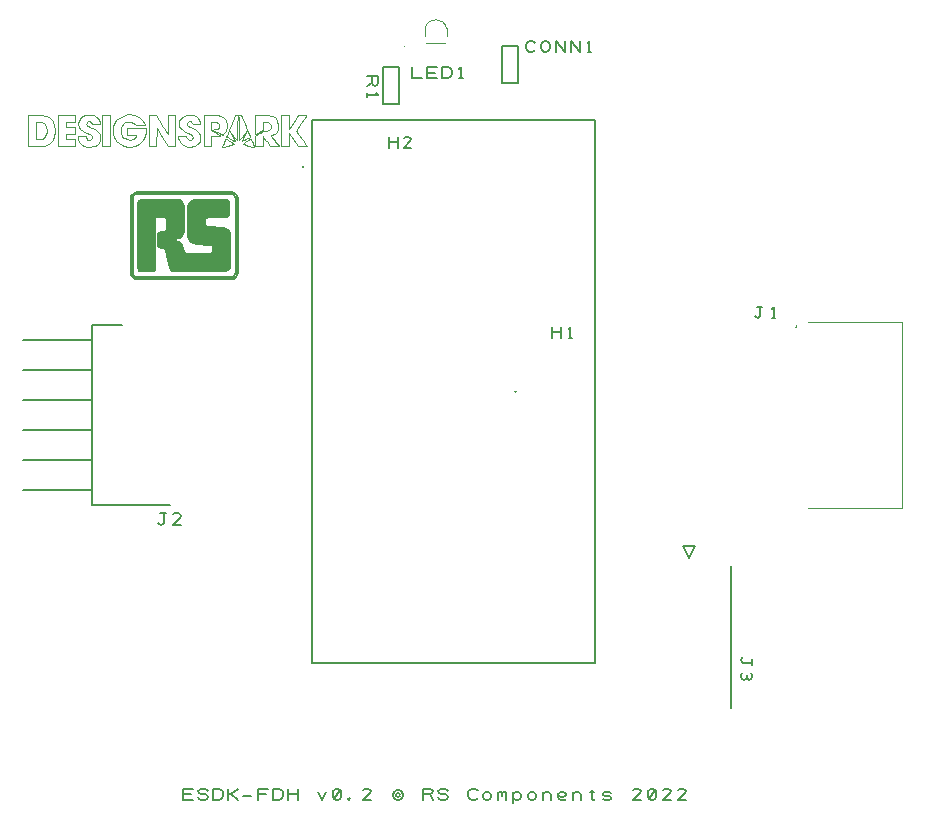
<source format=gbr>
G04 DesignSpark PCB PRO Gerber Version 10.0 Build 5299*
G04 #@! TF.Part,Single*
G04 #@! TF.FileFunction,Legend,Top*
G04 #@! TF.FilePolarity,Positive*
%FSLAX35Y35*%
%MOIN*%
%ADD71C,0.00300*%
%ADD18C,0.00394*%
%ADD17C,0.00500*%
%ADD19C,0.00787*%
%ADD70C,0.00800*%
G04 #@! TD.AperFunction*
X0Y0D02*
D02*
D17*
X42933Y187128D02*
Y208817D01*
X43007Y209361D01*
X43237Y209754D01*
X43628Y209992D01*
X44188Y210072D01*
X55876D01*
X56820Y209889D01*
X57523Y209400D01*
X57960Y208699D01*
X58111Y207876D01*
Y199287D01*
X57959Y198470D01*
X57543Y197811D01*
X56920Y197350D01*
X56150Y197129D01*
X55483Y196982D01*
X55334Y196820D01*
X55287Y196541D01*
X55330Y196323D01*
X55478Y196178D01*
X56228Y195992D01*
X56622Y195894D01*
X56964Y195683D01*
X57405Y195051D01*
X58268Y192737D01*
X58606Y192124D01*
X58969Y191915D01*
X59562Y191835D01*
X66622D01*
X67194Y191913D01*
X67612Y192139D01*
X67868Y192496D01*
X67956Y192972D01*
Y193835D01*
X67892Y194278D01*
X67681Y194644D01*
X67293Y194899D01*
X66700Y195011D01*
X62425Y195207D01*
X61322Y195493D01*
X60425Y196075D01*
X59822Y196901D01*
X59602Y197914D01*
Y207483D01*
X59764Y208536D01*
X60224Y209283D01*
X60942Y209728D01*
X61876Y209876D01*
X71917D01*
X72516Y209796D01*
X72917Y209562D01*
X73141Y209181D01*
X73211Y208660D01*
Y205444D01*
X73134Y204878D01*
X72892Y204473D01*
X72466Y204231D01*
X71838Y204150D01*
X66387D01*
X65855Y204061D01*
X65489Y203826D01*
X65278Y203488D01*
X65210Y203091D01*
Y201993D01*
X65304Y201591D01*
X65583Y201277D01*
X66037Y201066D01*
X66661Y200973D01*
X71171Y200698D01*
X72130Y200431D01*
X72902Y199821D01*
X73416Y198983D01*
X73603Y198031D01*
Y188187D01*
X73547Y187681D01*
X73391Y187250D01*
X72843Y186604D01*
X72097Y186229D01*
X71289Y186108D01*
X55130D01*
X54571Y186148D01*
X54125Y186304D01*
X53790Y186638D01*
X53561Y187207D01*
X52150Y192972D01*
X51993Y193441D01*
X51752Y193786D01*
X51328Y193998D01*
X50620Y194070D01*
X50132Y194137D01*
X49747Y194344D01*
X49495Y194699D01*
X49404Y195207D01*
Y198228D01*
X49480Y198736D01*
X49713Y199090D01*
X50116Y199298D01*
X50698Y199365D01*
X51483D01*
X51963Y199473D01*
X52292Y199762D01*
X52481Y200176D01*
X52542Y200659D01*
Y203130D01*
X52457Y203600D01*
X52213Y203944D01*
X51830Y204156D01*
X51326Y204228D01*
X48659D01*
Y187246D01*
X48540Y186704D01*
X48237Y186354D01*
X47831Y186165D01*
X47404Y186108D01*
X44148D01*
X43611Y186180D01*
X43232Y186383D01*
X43007Y186704D01*
X42933Y187128D01*
G36*
X42933Y187128D02*
Y208817D01*
X43007Y209361D01*
X43237Y209754D01*
X43628Y209992D01*
X44188Y210072D01*
X55876D01*
X56820Y209889D01*
X57523Y209400D01*
X57960Y208699D01*
X58111Y207876D01*
Y199287D01*
X57959Y198470D01*
X57543Y197811D01*
X56920Y197350D01*
X56150Y197129D01*
X55483Y196982D01*
X55334Y196820D01*
X55287Y196541D01*
X55330Y196323D01*
X55478Y196178D01*
X56228Y195992D01*
X56622Y195894D01*
X56964Y195683D01*
X57405Y195051D01*
X58268Y192737D01*
X58606Y192124D01*
X58969Y191915D01*
X59562Y191835D01*
X66622D01*
X67194Y191913D01*
X67612Y192139D01*
X67868Y192496D01*
X67956Y192972D01*
Y193835D01*
X67892Y194278D01*
X67681Y194644D01*
X67293Y194899D01*
X66700Y195011D01*
X62425Y195207D01*
X61322Y195493D01*
X60425Y196075D01*
X59822Y196901D01*
X59602Y197914D01*
Y207483D01*
X59764Y208536D01*
X60224Y209283D01*
X60942Y209728D01*
X61876Y209876D01*
X71917D01*
X72516Y209796D01*
X72917Y209562D01*
X73141Y209181D01*
X73211Y208660D01*
Y205444D01*
X73134Y204878D01*
X72892Y204473D01*
X72466Y204231D01*
X71838Y204150D01*
X66387D01*
X65855Y204061D01*
X65489Y203826D01*
X65278Y203488D01*
X65210Y203091D01*
Y201993D01*
X65304Y201591D01*
X65583Y201277D01*
X66037Y201066D01*
X66661Y200973D01*
X71171Y200698D01*
X72130Y200431D01*
X72902Y199821D01*
X73416Y198983D01*
X73603Y198031D01*
Y188187D01*
X73547Y187681D01*
X73391Y187250D01*
X72843Y186604D01*
X72097Y186229D01*
X71289Y186108D01*
X55130D01*
X54571Y186148D01*
X54125Y186304D01*
X53790Y186638D01*
X53561Y187207D01*
X52150Y192972D01*
X51993Y193441D01*
X51752Y193786D01*
X51328Y193998D01*
X50620Y194070D01*
X50132Y194137D01*
X49747Y194344D01*
X49495Y194699D01*
X49404Y195207D01*
Y198228D01*
X49480Y198736D01*
X49713Y199090D01*
X50116Y199298D01*
X50698Y199365D01*
X51483D01*
X51963Y199473D01*
X52292Y199762D01*
X52481Y200176D01*
X52542Y200659D01*
Y203130D01*
X52457Y203600D01*
X52213Y203944D01*
X51830Y204156D01*
X51326Y204228D01*
X48659D01*
Y187246D01*
X48540Y186704D01*
X48237Y186354D01*
X47831Y186165D01*
X47404Y186108D01*
X44148D01*
X43611Y186180D01*
X43232Y186383D01*
X43007Y186704D01*
X42933Y187128D01*
G37*
X49606Y102350D02*
X49919Y102037D01*
X50544Y101725D01*
X51169Y102037D01*
X51481Y102350D01*
Y105475D01*
X52106D01*
X51481D02*
X50231D01*
X57106Y101725D02*
X54606D01*
X56794Y103913D01*
X57106Y104537D01*
X56794Y105163D01*
X56169Y105475D01*
X55231D01*
X54606Y105163D01*
X119048Y251181D02*
X122798D01*
Y248994D01*
X122485Y248369D01*
X121860Y248056D01*
X121235Y248369D01*
X120923Y248994D01*
Y251181D01*
Y248994D02*
X119048Y248056D01*
Y245556D02*
Y244306D01*
Y244931D02*
X122798D01*
X122173Y245556D01*
X126378Y227315D02*
Y231065D01*
Y229191D02*
X129503D01*
Y227315D02*
Y231065D01*
X133878Y227315D02*
X131378D01*
X133565Y229503D01*
X133878Y230128D01*
X133565Y230753D01*
X132941Y231065D01*
X132003D01*
X131378Y230753D01*
X129815Y241881D02*
X124515D01*
Y254181D01*
X129815D01*
Y241881D01*
X134252Y254294D02*
Y250544D01*
X137377D01*
X139252D02*
Y254294D01*
X142377D01*
X141752Y252419D02*
X139252D01*
Y250544D02*
X142377D01*
X144252D02*
Y254294D01*
X146127D01*
X146752Y253981D01*
X147065Y253669D01*
X147377Y253044D01*
Y251794D01*
X147065Y251169D01*
X146752Y250856D01*
X146127Y250544D01*
X144252D01*
X149877D02*
X151127D01*
X150502D02*
Y254294D01*
X149877Y253669D01*
X57913Y9993D02*
Y13743D01*
X61039D01*
X60413Y11868D02*
X57913D01*
Y9993D02*
X61039D01*
X62913Y10930D02*
X63226Y10305D01*
X63851Y9993D01*
X65101D01*
X65726Y10305D01*
X66039Y10930D01*
X65726Y11555D01*
X65101Y11868D01*
X63851D01*
X63226Y12180D01*
X62913Y12805D01*
X63226Y13430D01*
X63851Y13743D01*
X65101D01*
X65726Y13430D01*
X66039Y12805D01*
X67913Y9993D02*
Y13743D01*
X69789D01*
X70413Y13430D01*
X70726Y13118D01*
X71039Y12493D01*
Y11243D01*
X70726Y10618D01*
X70413Y10305D01*
X69789Y9993D01*
X67913D01*
X72913D02*
Y13743D01*
Y11868D02*
X73851D01*
X76039Y13743D01*
X73851Y11868D02*
X76039Y9993D01*
X77913Y11243D02*
X80413D01*
X82913Y9993D02*
Y13743D01*
X86039D01*
X85413Y11868D02*
X82913D01*
X87913Y9993D02*
Y13743D01*
X89789D01*
X90413Y13430D01*
X90726Y13118D01*
X91039Y12493D01*
Y11243D01*
X90726Y10618D01*
X90413Y10305D01*
X89789Y9993D01*
X87913D01*
X92913D02*
Y13743D01*
Y11868D02*
X96039D01*
Y9993D02*
Y13743D01*
X102913Y12493D02*
X104163Y9993D01*
X105413Y12493D01*
X108226Y10305D02*
X108851Y9993D01*
X109476D01*
X110101Y10305D01*
X110413Y10930D01*
Y12805D01*
X110101Y13430D01*
X109476Y13743D01*
X108851D01*
X108226Y13430D01*
X107913Y12805D01*
Y10930D01*
X108226Y10305D01*
X110101Y13430D01*
X113226Y9993D02*
X113539Y10305D01*
X113226Y10618D01*
X112913Y10305D01*
X113226Y9993D01*
X120413D02*
X117913D01*
X120101Y12180D01*
X120413Y12805D01*
X120101Y13430D01*
X119476Y13743D01*
X118539D01*
X117913Y13430D01*
X127913Y11243D02*
Y11555D01*
X128226Y12493D01*
X128539Y12805D01*
X129163Y13118D01*
X129789D01*
X130413Y12805D01*
X130726Y12493D01*
X131039Y11555D01*
Y11243D01*
X130726Y10618D01*
X130413Y10305D01*
X129789Y9993D01*
X129163D01*
X128539Y10305D01*
X128226Y10618D01*
X127913Y11243D01*
X130101D02*
X129476Y10930D01*
X128851Y11243D01*
Y11868D01*
X129476Y12180D01*
X130101Y11868D01*
X137913Y9993D02*
Y13743D01*
X140101D01*
X140726Y13430D01*
X141039Y12805D01*
X140726Y12180D01*
X140101Y11868D01*
X137913D01*
X140101D02*
X141039Y9993D01*
X142913Y10930D02*
X143226Y10305D01*
X143851Y9993D01*
X145101D01*
X145726Y10305D01*
X146039Y10930D01*
X145726Y11555D01*
X145101Y11868D01*
X143851D01*
X143226Y12180D01*
X142913Y12805D01*
X143226Y13430D01*
X143851Y13743D01*
X145101D01*
X145726Y13430D01*
X146039Y12805D01*
X156039Y10618D02*
X155726Y10305D01*
X155101Y9993D01*
X154163D01*
X153539Y10305D01*
X153226Y10618D01*
X152913Y11243D01*
Y12493D01*
X153226Y13118D01*
X153539Y13430D01*
X154163Y13743D01*
X155101D01*
X155726Y13430D01*
X156039Y13118D01*
X157913Y10930D02*
X158226Y10305D01*
X158851Y9993D01*
X159476D01*
X160101Y10305D01*
X160413Y10930D01*
Y11555D01*
X160101Y12180D01*
X159476Y12493D01*
X158851D01*
X158226Y12180D01*
X157913Y11555D01*
Y10930D01*
X162913Y9993D02*
Y12493D01*
Y12180D02*
X163226Y12493D01*
X163851D01*
X164163Y12180D01*
Y11243D01*
Y12180D02*
X164476Y12493D01*
X165101D01*
X165413Y12180D01*
Y9993D01*
X167913Y12493D02*
Y9055D01*
Y10930D02*
X168226Y10305D01*
X168851Y9993D01*
X169476D01*
X170101Y10305D01*
X170413Y10930D01*
Y11555D01*
X170101Y12180D01*
X169476Y12493D01*
X168851D01*
X168226Y12180D01*
X167913Y11555D01*
Y10930D01*
X172913D02*
X173226Y10305D01*
X173851Y9993D01*
X174476D01*
X175101Y10305D01*
X175413Y10930D01*
Y11555D01*
X175101Y12180D01*
X174476Y12493D01*
X173851D01*
X173226Y12180D01*
X172913Y11555D01*
Y10930D01*
X177913Y9993D02*
Y12493D01*
Y11555D02*
X178226Y12180D01*
X178851Y12493D01*
X179476D01*
X180101Y12180D01*
X180413Y11555D01*
Y9993D01*
X185413Y10305D02*
X185101Y9993D01*
X184476D01*
X183851D01*
X183226Y10305D01*
X182913Y10930D01*
Y11868D01*
X183226Y12180D01*
X183851Y12493D01*
X184476D01*
X185101Y12180D01*
X185413Y11868D01*
Y11555D01*
X185101Y11243D01*
X184476Y10930D01*
X183851D01*
X183226Y11243D01*
X182913Y11555D01*
X187913Y9993D02*
Y12493D01*
Y11555D02*
X188226Y12180D01*
X188851Y12493D01*
X189476D01*
X190101Y12180D01*
X190413Y11555D01*
Y9993D01*
X193434Y12493D02*
X194893D01*
X194163Y13118D02*
Y10305D01*
X194476Y9993D01*
X194789D01*
X195101Y10305D01*
X197913D02*
X198539Y9993D01*
X199789D01*
X200413Y10305D01*
Y10930D01*
X199789Y11243D01*
X198539D01*
X197913Y11555D01*
Y12180D01*
X198539Y12493D01*
X199789D01*
X200413Y12180D01*
X210413Y9993D02*
X207913D01*
X210101Y12180D01*
X210413Y12805D01*
X210101Y13430D01*
X209476Y13743D01*
X208539D01*
X207913Y13430D01*
X213226Y10305D02*
X213851Y9993D01*
X214476D01*
X215101Y10305D01*
X215413Y10930D01*
Y12805D01*
X215101Y13430D01*
X214476Y13743D01*
X213851D01*
X213226Y13430D01*
X212913Y12805D01*
Y10930D01*
X213226Y10305D01*
X215101Y13430D01*
X220413Y9993D02*
X217913D01*
X220101Y12180D01*
X220413Y12805D01*
X220101Y13430D01*
X219476Y13743D01*
X218539D01*
X217913Y13430D01*
X225413Y9993D02*
X222913D01*
X225101Y12180D01*
X225413Y12805D01*
X225101Y13430D01*
X224476Y13743D01*
X223539D01*
X222913Y13430D01*
X169579Y248968D02*
X164279D01*
Y261268D01*
X169579D01*
Y248968D01*
X175172Y259830D02*
X174860Y259518D01*
X174235Y259205D01*
X173297D01*
X172672Y259518D01*
X172360Y259830D01*
X172047Y260455D01*
Y261705D01*
X172360Y262330D01*
X172672Y262643D01*
X173297Y262955D01*
X174235D01*
X174860Y262643D01*
X175172Y262330D01*
X177047Y260455D02*
Y261705D01*
X177360Y262330D01*
X177672Y262643D01*
X178297Y262955D01*
X178922D01*
X179547Y262643D01*
X179860Y262330D01*
X180172Y261705D01*
Y260455D01*
X179860Y259830D01*
X179547Y259518D01*
X178922Y259205D01*
X178297D01*
X177672Y259518D01*
X177360Y259830D01*
X177047Y260455D01*
X182047Y259205D02*
Y262955D01*
X185172Y259205D01*
Y262955D01*
X187047Y259205D02*
Y262955D01*
X190172Y259205D01*
Y262955D01*
X192672Y259205D02*
X193922D01*
X193297D02*
Y262955D01*
X192672Y262330D01*
X180709Y163930D02*
Y167680D01*
Y165805D02*
X183834D01*
Y163930D02*
Y167680D01*
X186334Y163930D02*
X187584D01*
X186959D02*
Y167680D01*
X186334Y167055D01*
X195276Y236614D02*
X100787D01*
Y55512D01*
X195276D01*
Y236614D01*
X224409Y94685D02*
X228346D01*
X226378Y90748D01*
X224409Y94685D01*
X240453Y87795D02*
Y40551D01*
X244476Y57480D02*
X244163Y57168D01*
X243851Y56543D01*
X244163Y55918D01*
X244476Y55605D01*
X247601D01*
Y54980D01*
Y55605D02*
Y56855D01*
X244163Y52168D02*
X243851Y51543D01*
Y50918D01*
X244163Y50293D01*
X244789Y49980D01*
X245413Y50293D01*
X245726Y50918D01*
Y51543D01*
Y50918D02*
X246039Y50293D01*
X246663Y49980D01*
X247289Y50293D01*
X247601Y50918D01*
Y51543D01*
X247289Y52168D01*
X248425Y171248D02*
X248738Y170935D01*
X249363Y170622D01*
X249988Y170935D01*
X250300Y171248D01*
Y174372D01*
X250925D01*
X250300D02*
X249050D01*
X254050Y170622D02*
X255300D01*
X254675D02*
Y174372D01*
X254050Y173748D01*
D02*
D18*
X131689Y261220D02*
G75*
G02*
X131508I-91J0D01*
G01*
X131689D02*
G75*
G02*
X131508I-91J0D01*
G01*
G75*
G02*
X131689I91J0D01*
G01*
X138386Y264665D02*
X138583Y267126D01*
X138976Y262205D02*
X145276D01*
X145669Y267126D02*
X145866Y264665D01*
X145669Y267128D02*
G75*
G03*
X138583Y267127I-3543J-644D01*
G01*
X266043Y169193D02*
X297579D01*
Y107185D01*
X266043D01*
D02*
D19*
X27559Y113189D02*
X4567D01*
X27559Y123189D02*
X4567D01*
X27559Y133189D02*
X4567D01*
X27559Y143189D02*
X4567D01*
X27559Y153189D02*
X4567D01*
X27559Y163189D02*
X4567D01*
X53543Y108189D02*
X27559D01*
Y168189D01*
X37559D01*
X97638Y220866D02*
G75*
G02*
X98031I197J0D01*
G01*
G75*
G03*
X97638I-197J0D01*
G01*
X98031D02*
G75*
G02*
X97638I-197J0D01*
G01*
X98031D02*
X168504Y146063D02*
G75*
G02*
X168898I197J0D01*
G01*
G75*
G03*
X168504I-197J0D01*
G01*
X168898D02*
G75*
G02*
X168504I-197J0D01*
G01*
X168898D02*
X262205Y167913D02*
G75*
G02*
Y167520I0J-197D01*
G01*
Y167913D02*
G75*
G02*
Y167520I0J-197D01*
G01*
G75*
G02*
Y167913I0J197D01*
G01*
D02*
D70*
X73878Y183470D02*
X74752Y183646D01*
X75466Y184128D01*
X75947Y184842D01*
X76124Y185716D01*
Y210346D01*
X75947Y211221D01*
X75466Y211935D01*
X74752Y212417D01*
X73878Y212593D01*
X42658D01*
X41784Y212417D01*
X41070Y211935D01*
X40588Y211221D01*
X40412Y210346D01*
Y185716D01*
X40588Y184842D01*
X41070Y184128D01*
X41784Y183646D01*
X42658Y183470D01*
X73878D01*
X75431Y210347D02*
X75309Y210952D01*
X74976Y211445D01*
X74482Y211778D01*
X73878Y211900D01*
X42658D01*
X42054Y211778D01*
X41560Y211445D01*
X41227Y210952D01*
X41105Y210347D01*
Y185717D01*
X41227Y185112D01*
X41560Y184619D01*
X42054Y184286D01*
X42658Y184164D01*
X73878D01*
X74482Y184286D01*
X74976Y184619D01*
X75309Y185112D01*
X75431Y185717D01*
Y210347D01*
D02*
D71*
X6124Y227865D02*
Y238290D01*
X8777Y238248D01*
X9133Y238242D01*
X10205Y238219D01*
X11090Y238175D01*
X11636Y238100D01*
X11946Y238014D01*
X12048Y237976D01*
X12400Y237846D01*
X13382Y237237D01*
X14350Y236151D01*
X14940Y234739D01*
X15140Y233451D01*
Y232600D01*
X14958Y231337D01*
X14409Y229981D01*
X13481Y228939D01*
X12513Y228332D01*
X12165Y228194D01*
X12064Y228154D01*
X11751Y228056D01*
X11220Y227976D01*
X10328Y227933D01*
X9205Y227909D01*
X8831Y227904D01*
X6124Y227865D01*
X10772Y230299D02*
X10954Y230349D01*
X11471Y230611D01*
X11978Y231118D01*
X12300Y231830D01*
X12431Y232525D01*
X12444Y232758D01*
X12463Y233112D01*
X12329Y234182D01*
X11800Y235185D01*
X10844Y235779D01*
X9802Y235974D01*
X8858D01*
Y230178D01*
X9597Y230179D01*
X9759D01*
X10246Y230215D01*
X10711Y230283D01*
X10772Y230299D01*
X16185Y227882D02*
Y238271D01*
X21981D01*
Y235980D01*
X20369Y235950D01*
X18756Y235919D01*
X18724Y235127D01*
X18691Y234333D01*
X21872D01*
Y231928D01*
X18692D01*
X18724Y231080D01*
X18756Y230233D01*
X20369Y230202D01*
X21981Y230172D01*
Y227882D01*
X16185D01*
X25233Y227775D02*
X24970Y227841D01*
X24228Y228210D01*
X23442Y228912D01*
X22930Y229818D01*
X22747Y230596D01*
Y231272D01*
X24236D01*
X24789Y231267D01*
X25186Y231239D01*
X25361Y231165D01*
X25416Y231062D01*
X25427Y231026D01*
X25470Y230871D01*
X25694Y230338D01*
X25980Y230039D01*
X26056Y230000D01*
X26130Y229961D01*
X26385Y229898D01*
X26700Y229920D01*
X26983Y230043D01*
X27219Y230247D01*
X27384Y230511D01*
X27464Y230813D01*
X27440Y231132D01*
X27341Y231377D01*
X27293Y231447D01*
X27271Y231478D01*
X27130Y231579D01*
X26802Y231771D01*
X26358Y232000D01*
X25974Y232181D01*
X25844Y232237D01*
X25488Y232393D01*
X24452Y232937D01*
X23558Y233632D01*
X23079Y234408D01*
X22938Y235117D01*
Y235571D01*
X23050Y236230D01*
X23396Y236971D01*
X23984Y237589D01*
X24603Y237993D01*
X24824Y238097D01*
X24926Y238145D01*
X25237Y238279D01*
X25589Y238380D01*
X25997Y238425D01*
X26431Y238433D01*
X26714D01*
X27132Y238423D01*
X27535Y238382D01*
X27867Y238297D01*
X28131Y238192D01*
X28216Y238152D01*
X28401Y238065D01*
X28922Y237724D01*
X29463Y237182D01*
X29832Y236529D01*
X30003Y235964D01*
X30029Y235771D01*
X30102Y235208D01*
X27467D01*
X27341Y235593D01*
X27303Y235704D01*
X27029Y236059D01*
X26584Y236193D01*
X26320D01*
X25974Y236044D01*
X25668Y235685D01*
X25582Y235244D01*
X25705Y234921D01*
X25782Y234852D01*
X25808Y234828D01*
X25967Y234732D01*
X26329Y234532D01*
X26817Y234280D01*
X27237Y234073D01*
X27378Y234004D01*
X27726Y233837D01*
X28743Y233268D01*
X29584Y232569D01*
X30009Y231782D01*
X30126Y231030D01*
Y230780D01*
X30125Y230542D01*
X30016Y229831D01*
X29686Y229054D01*
X29126Y228433D01*
X28540Y228050D01*
X28330Y227956D01*
X28189Y227894D01*
X27706Y227797D01*
X26833Y227704D01*
X25935Y227693D01*
X25402Y227732D01*
X25233Y227775D01*
X30840Y227882D02*
Y238271D01*
X33574D01*
Y227882D01*
X30840D01*
X38397Y227836D02*
X38124Y227909D01*
X37337Y228250D01*
X36394Y228880D01*
X35596Y229705D01*
X35099Y230437D01*
X34970Y230697D01*
X34903Y230833D01*
X34712Y231243D01*
X34568Y231660D01*
X34499Y232116D01*
X34471Y232611D01*
X34466Y232775D01*
X34456Y233015D01*
X34477Y233732D01*
X34595Y234545D01*
X34835Y235266D01*
X35104Y235787D01*
X35209Y235950D01*
X35548Y236470D01*
X37065Y237709D01*
X39430Y238443D01*
X41907Y238117D01*
X43656Y237156D01*
X44099Y236699D01*
X44191Y236604D01*
X44433Y236281D01*
X44782Y235738D01*
X45055Y235222D01*
X45166Y234969D01*
Y234863D01*
X44781Y234801D01*
X43967Y234771D01*
X42225D01*
X41937Y235148D01*
X41814Y235309D01*
X41312Y235685D01*
X40491Y236005D01*
X39601Y236080D01*
X38959Y235967D01*
X38769Y235879D01*
X38637Y235820D01*
X38278Y235570D01*
X37831Y235129D01*
X37467Y234606D01*
X37272Y234194D01*
X37230Y234049D01*
X37164Y233823D01*
X37101Y233101D01*
X37229Y232146D01*
X37586Y231284D01*
X37982Y230752D01*
X38147Y230614D01*
X38347Y230448D01*
X39085Y230115D01*
X40128Y230001D01*
X41139Y230261D01*
X41809Y230694D01*
X41978Y230886D01*
X42061Y230981D01*
X42288Y231285D01*
X42258Y231499D01*
X41790Y231585D01*
X41040Y231600D01*
X39261D01*
Y233787D01*
X45494D01*
Y232685D01*
X45200Y231333D01*
X44379Y229771D01*
X43116Y228565D01*
X41922Y227941D01*
X41499Y227830D01*
X41324Y227785D01*
X40787Y227714D01*
X39943Y227677D01*
X39100Y227717D01*
X38568Y227790D01*
X38397Y227836D01*
X46479Y227882D02*
Y238278D01*
X47648Y238246D01*
X48817Y238216D01*
X50760Y235057D01*
X50950Y234750D01*
X51519Y233827D01*
X52153Y232808D01*
X52593Y232108D01*
X52764Y231842D01*
X52774Y231832D01*
X52796Y232063D01*
X52801Y232740D01*
X52791Y233760D01*
X52773Y234703D01*
X52766Y235017D01*
X52686Y238271D01*
X55228D01*
Y227874D01*
X52876Y227936D01*
X50962Y230992D01*
X49048Y234048D01*
X48991Y227882D01*
X46479D01*
X58990Y227769D02*
X58708Y227830D01*
X57898Y228183D01*
X57056Y228875D01*
X56513Y229786D01*
X56321Y230587D01*
Y231272D01*
X58919D01*
X58987Y230844D01*
X59002Y230749D01*
X59120Y230472D01*
X59369Y230154D01*
X59691Y229933D01*
X59952Y229850D01*
X60119D01*
X60358Y229932D01*
X60639Y230094D01*
X60687Y230133D01*
X60754Y230191D01*
X60956Y230446D01*
X61024Y230748D01*
Y230946D01*
X60962Y231236D01*
X60727Y231554D01*
X60243Y231870D01*
X59641Y232159D01*
X59437Y232248D01*
X59118Y232387D01*
X58188Y232860D01*
X57339Y233451D01*
X56814Y234095D01*
X56576Y234664D01*
X56534Y234860D01*
X56496Y235036D01*
X56477Y235583D01*
X56619Y236272D01*
X56954Y236913D01*
X57331Y237362D01*
X57477Y237489D01*
X57735Y237717D01*
X58700Y238187D01*
X60116Y238423D01*
X61505Y238196D01*
X62416Y237734D01*
X62650Y237506D01*
X62792Y237369D01*
X63264Y236718D01*
X63490Y235980D01*
X63509Y235798D01*
X63570Y235208D01*
X61073D01*
X60857Y235673D01*
X60816Y235759D01*
X60612Y236056D01*
X60361Y236214D01*
X60298Y236231D01*
X60181Y236265D01*
X59791Y236229D01*
X59365Y235991D01*
X59110Y235598D01*
X59078Y235238D01*
X59114Y235133D01*
X59131Y235083D01*
X59231Y234946D01*
X59507Y234729D01*
X60017Y234433D01*
X60635Y234110D01*
X60842Y234006D01*
X61215Y233818D01*
X62301Y233181D01*
X63172Y232423D01*
X63573Y231580D01*
X63640Y230773D01*
X63622Y230506D01*
X63615Y230401D01*
X63522Y229867D01*
X63374Y229409D01*
X63341Y229342D01*
X63282Y229228D01*
X63050Y228910D01*
X62649Y228507D01*
X62183Y228169D01*
X61821Y227978D01*
X61694Y227933D01*
X61554Y227884D01*
X61108Y227800D01*
X60355Y227722D01*
X59596Y227708D01*
X59137Y227738D01*
X58990Y227769D01*
X64743Y227882D02*
Y238296D01*
X67285Y238246D01*
X67629Y238240D01*
X68662Y238213D01*
X69511Y238167D01*
X70035Y238087D01*
X70341Y237997D01*
X70440Y237958D01*
X70628Y237886D01*
X71445Y237318D01*
X72073Y236500D01*
X72167Y236302D01*
X72207Y236217D01*
X72313Y235957D01*
X72400Y235632D01*
X72440Y235245D01*
X72450Y234848D01*
Y234716D01*
X72449Y234585D01*
X72437Y234191D01*
X72394Y233802D01*
X72308Y233472D01*
X72203Y233209D01*
X72164Y233124D01*
X72107Y233003D01*
X71893Y232661D01*
X71540Y232202D01*
X71195Y231850D01*
X71009Y231709D01*
X70905D01*
X70776Y231777D01*
X70387Y231958D01*
X69837Y232228D01*
X69348Y232474D01*
X69187Y232556D01*
X67531Y233404D01*
X68446Y233463D01*
X68574Y233472D01*
X68959Y233506D01*
X69273Y233567D01*
X69480Y233680D01*
X69631Y233824D01*
X69676Y233875D01*
X69737Y233944D01*
X69925Y234254D01*
X69991Y234591D01*
Y234849D01*
X69879Y235285D01*
X69528Y235678D01*
X68909Y235902D01*
X68224Y235974D01*
X67995D01*
X67257Y235975D01*
Y233401D01*
X68837Y232419D01*
X68987Y232325D01*
X69443Y232039D01*
X69873Y231753D01*
X70125Y231546D01*
X70194Y231403D01*
X70079Y231311D01*
X69776Y231254D01*
X69282Y231218D01*
X68767Y231196D01*
X68596Y231188D01*
X67257Y231136D01*
Y227882D01*
X64743D01*
X70900Y227800D02*
X70920Y227849D01*
X71128Y228356D01*
X71409Y229051D01*
X71467Y229193D01*
X71525Y229336D01*
X71788Y229955D01*
X71956Y230313D01*
X71967Y230324D01*
X71977Y230337D01*
X72106Y230291D01*
X72429Y230133D01*
X72887Y229875D01*
X73296Y229628D01*
X73431Y229543D01*
X74817Y228668D01*
X74454Y228555D01*
X74335Y228517D01*
X73978Y228406D01*
X73419Y228233D01*
X72819Y228048D01*
X72224Y227868D01*
X71681Y227704D01*
X71232Y227569D01*
X70925Y227478D01*
X70832Y227444D01*
X70802D01*
X70811Y227548D01*
X70880Y227752D01*
X70900Y227800D01*
X73682Y230239D02*
X73546Y230308D01*
X73141Y230525D01*
X72696Y230780D01*
X72398Y230976D01*
X72287Y231058D01*
Y231168D01*
X72399Y231415D01*
X72703Y232210D01*
X73152Y233352D01*
X73563Y234380D01*
X73702Y234720D01*
X75116Y238216D01*
X75574Y238250D01*
X76031Y238284D01*
X75952Y234532D01*
X75943Y234161D01*
X75915Y233043D01*
X75875Y231762D01*
X75835Y230826D01*
X75812Y230427D01*
X75802Y230370D01*
X75733Y229961D01*
X74641Y231336D01*
X74533Y231471D01*
X74209Y231875D01*
X73839Y232327D01*
X73571Y232643D01*
X73459Y232768D01*
X73445Y232776D01*
X73493Y232600D01*
X73699Y232188D01*
X73757Y232083D01*
X73907Y231811D01*
X74357Y230989D01*
X74790Y230185D01*
X75045Y229693D01*
X75115Y229528D01*
X75109Y229529D01*
X74989Y229586D01*
X74678Y229739D01*
X74226Y229965D01*
X73818Y230170D01*
X73682Y230239D01*
X77770Y230479D02*
X77835Y230596D01*
X78218Y231287D01*
X78585Y231940D01*
X78641Y232037D01*
X78696Y232135D01*
X78913Y232553D01*
X79007Y232788D01*
X78996Y232800D01*
X78926D01*
X78922Y232794D01*
X78917Y232788D01*
X78816Y232662D01*
X78557Y232337D01*
X78183Y231869D01*
X77846Y231444D01*
X77733Y231304D01*
X76581Y229861D01*
X76511Y233054D01*
X76503Y233384D01*
X76478Y234374D01*
X76440Y235607D01*
X76405Y236615D01*
X76382Y237120D01*
X76374Y237259D01*
X76308Y238271D01*
X77271D01*
X78731Y234658D01*
X78872Y234308D01*
X79293Y233253D01*
X79748Y232095D01*
X80050Y231307D01*
X80154Y231012D01*
X80149Y231007D01*
X80130Y230990D01*
X80010Y230928D01*
X79691Y230762D01*
X79252Y230541D01*
X78754Y230293D01*
X78256Y230049D01*
X77819Y229836D01*
X77502Y229688D01*
X77400Y229631D01*
X77367D01*
X77459Y229881D01*
X77706Y230363D01*
X77770Y230479D01*
X79583Y228042D02*
X79404Y228099D01*
X78865Y228270D01*
X78272Y228464D01*
X77863Y228603D01*
X77708Y228659D01*
X77702Y228665D01*
X77792Y228749D01*
X78072Y228946D01*
X78498Y229229D01*
X78893Y229481D01*
X79026Y229564D01*
X79158Y229647D01*
X79558Y229894D01*
X80002Y230159D01*
X80307Y230330D01*
X80424Y230387D01*
X80430Y230381D01*
X80447Y230363D01*
X80498Y230242D01*
X80638Y229920D01*
X80824Y229474D01*
X81032Y228968D01*
X81236Y228461D01*
X81412Y228012D01*
X81537Y227685D01*
X81583Y227575D01*
Y227522D01*
X81559Y227472D01*
X81353Y227499D01*
X80761Y227672D01*
X79877Y227950D01*
X79583Y228042D01*
X81912Y227882D02*
Y231365D01*
X83262Y232193D01*
X83453Y232312D01*
X84034Y232659D01*
X84518Y232907D01*
X84880Y233004D01*
X85187Y233021D01*
X85435D01*
X85877Y233068D01*
X86290Y233158D01*
X86342Y233179D01*
X86469Y233232D01*
X86800Y233521D01*
X87080Y234033D01*
X87153Y234630D01*
X87058Y235090D01*
X86989Y235222D01*
X86928Y235341D01*
X86327Y235773D01*
X85393Y235972D01*
X85165D01*
X84428Y235974D01*
Y233132D01*
X83226Y232530D01*
X83109Y232471D01*
X82755Y232297D01*
X82361Y232105D01*
X82085Y231976D01*
X81998Y231928D01*
X81962D01*
X81946Y232180D01*
X81928Y232863D01*
X81917Y233875D01*
X81912Y234802D01*
Y238294D01*
X84400Y238244D01*
X84820Y238237D01*
X86084Y238188D01*
X87161Y238070D01*
X87863Y237848D01*
X88290Y237582D01*
X88418Y237477D01*
X88678Y237263D01*
X89263Y236384D01*
X89631Y235026D01*
X89502Y233620D01*
X89078Y232646D01*
X88859Y232387D01*
X88789Y232304D01*
X88535Y232094D01*
X88096Y231804D01*
X87656Y231580D01*
X87410Y231491D01*
X87286D01*
X87161Y231405D01*
Y231333D01*
X87264Y231203D01*
X87547Y230817D01*
X87963Y230274D01*
X88345Y229791D01*
X88474Y229631D01*
X88601Y229473D01*
X88983Y228994D01*
X89400Y228462D01*
X89681Y228092D01*
X89785Y227979D01*
Y227931D01*
X89358Y227899D01*
X88589Y227882D01*
X86880D01*
X85756Y229465D01*
X85645Y229620D01*
X85311Y230085D01*
X84931Y230602D01*
X84657Y230963D01*
X84544Y231103D01*
X84530Y231111D01*
X84455Y230708D01*
X84428Y229823D01*
Y227882D01*
X81912D01*
X90551Y227881D02*
Y238271D01*
X93172D01*
X93201Y235906D01*
X93231Y233540D01*
X94707Y235902D01*
X96184Y238266D01*
X97523Y238268D01*
X97707Y238269D01*
X98469Y238254D01*
X98863Y238225D01*
Y238160D01*
X98730Y237993D01*
X98367Y237432D01*
X97830Y236615D01*
X97338Y235874D01*
X97174Y235627D01*
X95484Y233093D01*
X95680Y232811D01*
X95706Y232773D01*
X95876Y232530D01*
X96267Y231970D01*
X96796Y231214D01*
X97253Y230560D01*
X97405Y230343D01*
X97555Y230128D01*
X98006Y229483D01*
X98509Y228757D01*
X98863Y228245D01*
X99003Y228038D01*
X99015Y228019D01*
X99019Y228010D01*
X98983Y227952D01*
X98764Y227911D01*
X98313Y227888D01*
X97767Y227882D01*
X96074D01*
X93231Y232408D01*
X93201Y230145D01*
X93172Y227881D01*
X90551D01*
X0Y0D02*
M02*

</source>
